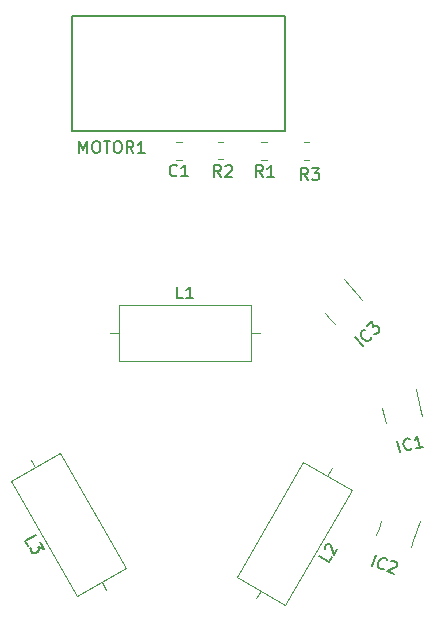
<source format=gbr>
%TF.GenerationSoftware,KiCad,Pcbnew,7.0.1*%
%TF.CreationDate,2023-09-20T08:02:12-03:00*%
%TF.ProjectId,Circuito interno Maxon 30W v4,43697263-7569-4746-9f20-696e7465726e,rev?*%
%TF.SameCoordinates,Original*%
%TF.FileFunction,Legend,Top*%
%TF.FilePolarity,Positive*%
%FSLAX46Y46*%
G04 Gerber Fmt 4.6, Leading zero omitted, Abs format (unit mm)*
G04 Created by KiCad (PCBNEW 7.0.1) date 2023-09-20 08:02:12*
%MOMM*%
%LPD*%
G01*
G04 APERTURE LIST*
%ADD10C,0.150000*%
%ADD11C,0.120000*%
%ADD12C,0.127000*%
G04 APERTURE END LIST*
D10*
%TO.C,IC1*%
X133617079Y-108842939D02*
X133400640Y-107866643D01*
X134619252Y-108523212D02*
X134583068Y-108580009D01*
X134583068Y-108580009D02*
X134453904Y-108657419D01*
X134453904Y-108657419D02*
X134360924Y-108678032D01*
X134360924Y-108678032D02*
X134211146Y-108662462D01*
X134211146Y-108662462D02*
X134097552Y-108590095D01*
X134097552Y-108590095D02*
X134030449Y-108507421D01*
X134030449Y-108507421D02*
X133942732Y-108331766D01*
X133942732Y-108331766D02*
X133911812Y-108192296D01*
X133911812Y-108192296D02*
X133917075Y-107996028D01*
X133917075Y-107996028D02*
X133942952Y-107892741D01*
X133942952Y-107892741D02*
X134015320Y-107779147D01*
X134015320Y-107779147D02*
X134144484Y-107701736D01*
X134144484Y-107701736D02*
X134237464Y-107681123D01*
X134237464Y-107681123D02*
X134387242Y-107696694D01*
X134387242Y-107696694D02*
X134444039Y-107732877D01*
X135569671Y-108410060D02*
X135011788Y-108533739D01*
X135290729Y-108471900D02*
X135074290Y-107495604D01*
X135074290Y-107495604D02*
X135012229Y-107655688D01*
X135012229Y-107655688D02*
X134939862Y-107769282D01*
X134939862Y-107769282D02*
X134857188Y-107836385D01*
%TO.C,L2*%
X127888312Y-117756317D02*
X127650217Y-118168710D01*
X127650217Y-118168710D02*
X126784192Y-117668710D01*
X127247623Y-117056500D02*
X127230193Y-116991451D01*
X127230193Y-116991451D02*
X127236573Y-116885163D01*
X127236573Y-116885163D02*
X127355620Y-116678967D01*
X127355620Y-116678967D02*
X127444479Y-116620298D01*
X127444479Y-116620298D02*
X127509527Y-116602868D01*
X127509527Y-116602868D02*
X127615816Y-116609248D01*
X127615816Y-116609248D02*
X127698294Y-116656867D01*
X127698294Y-116656867D02*
X127798203Y-116769535D01*
X127798203Y-116769535D02*
X128007360Y-117550121D01*
X128007360Y-117550121D02*
X128316884Y-117014010D01*
%TO.C,R3*%
X125817333Y-85806619D02*
X125484000Y-85330428D01*
X125245905Y-85806619D02*
X125245905Y-84806619D01*
X125245905Y-84806619D02*
X125626857Y-84806619D01*
X125626857Y-84806619D02*
X125722095Y-84854238D01*
X125722095Y-84854238D02*
X125769714Y-84901857D01*
X125769714Y-84901857D02*
X125817333Y-84997095D01*
X125817333Y-84997095D02*
X125817333Y-85139952D01*
X125817333Y-85139952D02*
X125769714Y-85235190D01*
X125769714Y-85235190D02*
X125722095Y-85282809D01*
X125722095Y-85282809D02*
X125626857Y-85330428D01*
X125626857Y-85330428D02*
X125245905Y-85330428D01*
X126150667Y-84806619D02*
X126769714Y-84806619D01*
X126769714Y-84806619D02*
X126436381Y-85187571D01*
X126436381Y-85187571D02*
X126579238Y-85187571D01*
X126579238Y-85187571D02*
X126674476Y-85235190D01*
X126674476Y-85235190D02*
X126722095Y-85282809D01*
X126722095Y-85282809D02*
X126769714Y-85378047D01*
X126769714Y-85378047D02*
X126769714Y-85616142D01*
X126769714Y-85616142D02*
X126722095Y-85711380D01*
X126722095Y-85711380D02*
X126674476Y-85759000D01*
X126674476Y-85759000D02*
X126579238Y-85806619D01*
X126579238Y-85806619D02*
X126293524Y-85806619D01*
X126293524Y-85806619D02*
X126198286Y-85759000D01*
X126198286Y-85759000D02*
X126150667Y-85711380D01*
%TO.C,IC3*%
X130492818Y-99860582D02*
X129817228Y-99123305D01*
X131200861Y-99082605D02*
X131197924Y-99149884D01*
X131197924Y-99149884D02*
X131124769Y-99281505D01*
X131124769Y-99281505D02*
X131054553Y-99345847D01*
X131054553Y-99345847D02*
X130917056Y-99407252D01*
X130917056Y-99407252D02*
X130782497Y-99401377D01*
X130782497Y-99401377D02*
X130683047Y-99363331D01*
X130683047Y-99363331D02*
X130519255Y-99255068D01*
X130519255Y-99255068D02*
X130422742Y-99149743D01*
X130422742Y-99149743D02*
X130329167Y-98977138D01*
X130329167Y-98977138D02*
X130299933Y-98874750D01*
X130299933Y-98874750D02*
X130305808Y-98740191D01*
X130305808Y-98740191D02*
X130378962Y-98608570D01*
X130378962Y-98608570D02*
X130449179Y-98544228D01*
X130449179Y-98544228D02*
X130586676Y-98482824D01*
X130586676Y-98482824D02*
X130653955Y-98485761D01*
X130835372Y-98190347D02*
X131291782Y-97772125D01*
X131291782Y-97772125D02*
X131303391Y-98278189D01*
X131303391Y-98278189D02*
X131408716Y-98181676D01*
X131408716Y-98181676D02*
X131511104Y-98152443D01*
X131511104Y-98152443D02*
X131578383Y-98155380D01*
X131578383Y-98155380D02*
X131677833Y-98193426D01*
X131677833Y-98193426D02*
X131838688Y-98368968D01*
X131838688Y-98368968D02*
X131867922Y-98471356D01*
X131867922Y-98471356D02*
X131864984Y-98538636D01*
X131864984Y-98538636D02*
X131826938Y-98638086D01*
X131826938Y-98638086D02*
X131616288Y-98831112D01*
X131616288Y-98831112D02*
X131513900Y-98860345D01*
X131513900Y-98860345D02*
X131446620Y-98857408D01*
%TO.C,L3*%
X102150021Y-116766302D02*
X101911925Y-116353909D01*
X101911925Y-116353909D02*
X102777951Y-115853909D01*
X103135094Y-116472498D02*
X103444617Y-117008609D01*
X103444617Y-117008609D02*
X102948036Y-116910410D01*
X102948036Y-116910410D02*
X103019465Y-117034128D01*
X103019465Y-117034128D02*
X103025845Y-117140417D01*
X103025845Y-117140417D02*
X103008415Y-117205465D01*
X103008415Y-117205465D02*
X102949746Y-117294324D01*
X102949746Y-117294324D02*
X102743549Y-117413371D01*
X102743549Y-117413371D02*
X102637261Y-117419751D01*
X102637261Y-117419751D02*
X102572212Y-117402321D01*
X102572212Y-117402321D02*
X102483354Y-117343652D01*
X102483354Y-117343652D02*
X102340497Y-117096216D01*
X102340497Y-117096216D02*
X102334117Y-116989928D01*
X102334117Y-116989928D02*
X102351547Y-116924879D01*
%TO.C,L1*%
X115253333Y-95822619D02*
X114777143Y-95822619D01*
X114777143Y-95822619D02*
X114777143Y-94822619D01*
X116110476Y-95822619D02*
X115539048Y-95822619D01*
X115824762Y-95822619D02*
X115824762Y-94822619D01*
X115824762Y-94822619D02*
X115729524Y-94965476D01*
X115729524Y-94965476D02*
X115634286Y-95060714D01*
X115634286Y-95060714D02*
X115539048Y-95108333D01*
%TO.C,R2*%
X118451333Y-85552619D02*
X118118000Y-85076428D01*
X117879905Y-85552619D02*
X117879905Y-84552619D01*
X117879905Y-84552619D02*
X118260857Y-84552619D01*
X118260857Y-84552619D02*
X118356095Y-84600238D01*
X118356095Y-84600238D02*
X118403714Y-84647857D01*
X118403714Y-84647857D02*
X118451333Y-84743095D01*
X118451333Y-84743095D02*
X118451333Y-84885952D01*
X118451333Y-84885952D02*
X118403714Y-84981190D01*
X118403714Y-84981190D02*
X118356095Y-85028809D01*
X118356095Y-85028809D02*
X118260857Y-85076428D01*
X118260857Y-85076428D02*
X117879905Y-85076428D01*
X118832286Y-84647857D02*
X118879905Y-84600238D01*
X118879905Y-84600238D02*
X118975143Y-84552619D01*
X118975143Y-84552619D02*
X119213238Y-84552619D01*
X119213238Y-84552619D02*
X119308476Y-84600238D01*
X119308476Y-84600238D02*
X119356095Y-84647857D01*
X119356095Y-84647857D02*
X119403714Y-84743095D01*
X119403714Y-84743095D02*
X119403714Y-84838333D01*
X119403714Y-84838333D02*
X119356095Y-84981190D01*
X119356095Y-84981190D02*
X118784667Y-85552619D01*
X118784667Y-85552619D02*
X119403714Y-85552619D01*
%TO.C,C1*%
X114733333Y-85397380D02*
X114685714Y-85445000D01*
X114685714Y-85445000D02*
X114542857Y-85492619D01*
X114542857Y-85492619D02*
X114447619Y-85492619D01*
X114447619Y-85492619D02*
X114304762Y-85445000D01*
X114304762Y-85445000D02*
X114209524Y-85349761D01*
X114209524Y-85349761D02*
X114161905Y-85254523D01*
X114161905Y-85254523D02*
X114114286Y-85064047D01*
X114114286Y-85064047D02*
X114114286Y-84921190D01*
X114114286Y-84921190D02*
X114161905Y-84730714D01*
X114161905Y-84730714D02*
X114209524Y-84635476D01*
X114209524Y-84635476D02*
X114304762Y-84540238D01*
X114304762Y-84540238D02*
X114447619Y-84492619D01*
X114447619Y-84492619D02*
X114542857Y-84492619D01*
X114542857Y-84492619D02*
X114685714Y-84540238D01*
X114685714Y-84540238D02*
X114733333Y-84587857D01*
X115685714Y-85492619D02*
X115114286Y-85492619D01*
X115400000Y-85492619D02*
X115400000Y-84492619D01*
X115400000Y-84492619D02*
X115304762Y-84635476D01*
X115304762Y-84635476D02*
X115209524Y-84730714D01*
X115209524Y-84730714D02*
X115114286Y-84778333D01*
%TO.C,R1*%
X122007333Y-85552619D02*
X121674000Y-85076428D01*
X121435905Y-85552619D02*
X121435905Y-84552619D01*
X121435905Y-84552619D02*
X121816857Y-84552619D01*
X121816857Y-84552619D02*
X121912095Y-84600238D01*
X121912095Y-84600238D02*
X121959714Y-84647857D01*
X121959714Y-84647857D02*
X122007333Y-84743095D01*
X122007333Y-84743095D02*
X122007333Y-84885952D01*
X122007333Y-84885952D02*
X121959714Y-84981190D01*
X121959714Y-84981190D02*
X121912095Y-85028809D01*
X121912095Y-85028809D02*
X121816857Y-85076428D01*
X121816857Y-85076428D02*
X121435905Y-85076428D01*
X122959714Y-85552619D02*
X122388286Y-85552619D01*
X122674000Y-85552619D02*
X122674000Y-84552619D01*
X122674000Y-84552619D02*
X122578762Y-84695476D01*
X122578762Y-84695476D02*
X122483524Y-84790714D01*
X122483524Y-84790714D02*
X122388286Y-84838333D01*
%TO.C,IC2*%
X131247464Y-118508963D02*
X131564769Y-117560639D01*
X132271165Y-118751060D02*
X132210897Y-118781109D01*
X132210897Y-118781109D02*
X132060313Y-118780938D01*
X132060313Y-118780938D02*
X131969996Y-118750718D01*
X131969996Y-118750718D02*
X131849631Y-118660231D01*
X131849631Y-118660231D02*
X131789534Y-118539695D01*
X131789534Y-118539695D02*
X131774595Y-118434268D01*
X131774595Y-118434268D02*
X131789876Y-118238526D01*
X131789876Y-118238526D02*
X131835205Y-118103051D01*
X131835205Y-118103051D02*
X131940803Y-117937528D01*
X131940803Y-117937528D02*
X132016180Y-117862321D01*
X132016180Y-117862321D02*
X132136716Y-117802224D01*
X132136716Y-117802224D02*
X132287301Y-117802395D01*
X132287301Y-117802395D02*
X132377618Y-117832614D01*
X132377618Y-117832614D02*
X132497983Y-117923102D01*
X132497983Y-117923102D02*
X132528031Y-117983370D01*
X132889297Y-118104248D02*
X132949565Y-118074199D01*
X132949565Y-118074199D02*
X133054992Y-118059260D01*
X133054992Y-118059260D02*
X133280783Y-118134809D01*
X133280783Y-118134809D02*
X133355990Y-118210187D01*
X133355990Y-118210187D02*
X133386038Y-118270455D01*
X133386038Y-118270455D02*
X133400977Y-118375881D01*
X133400977Y-118375881D02*
X133370758Y-118466198D01*
X133370758Y-118466198D02*
X133280270Y-118586563D01*
X133280270Y-118586563D02*
X132557054Y-118947145D01*
X132557054Y-118947145D02*
X133144111Y-119143572D01*
%TO.C,MOTOR1*%
X106481905Y-83520619D02*
X106481905Y-82520619D01*
X106481905Y-82520619D02*
X106815238Y-83234904D01*
X106815238Y-83234904D02*
X107148571Y-82520619D01*
X107148571Y-82520619D02*
X107148571Y-83520619D01*
X107815238Y-82520619D02*
X108005714Y-82520619D01*
X108005714Y-82520619D02*
X108100952Y-82568238D01*
X108100952Y-82568238D02*
X108196190Y-82663476D01*
X108196190Y-82663476D02*
X108243809Y-82853952D01*
X108243809Y-82853952D02*
X108243809Y-83187285D01*
X108243809Y-83187285D02*
X108196190Y-83377761D01*
X108196190Y-83377761D02*
X108100952Y-83473000D01*
X108100952Y-83473000D02*
X108005714Y-83520619D01*
X108005714Y-83520619D02*
X107815238Y-83520619D01*
X107815238Y-83520619D02*
X107720000Y-83473000D01*
X107720000Y-83473000D02*
X107624762Y-83377761D01*
X107624762Y-83377761D02*
X107577143Y-83187285D01*
X107577143Y-83187285D02*
X107577143Y-82853952D01*
X107577143Y-82853952D02*
X107624762Y-82663476D01*
X107624762Y-82663476D02*
X107720000Y-82568238D01*
X107720000Y-82568238D02*
X107815238Y-82520619D01*
X108529524Y-82520619D02*
X109100952Y-82520619D01*
X108815238Y-83520619D02*
X108815238Y-82520619D01*
X109624762Y-82520619D02*
X109815238Y-82520619D01*
X109815238Y-82520619D02*
X109910476Y-82568238D01*
X109910476Y-82568238D02*
X110005714Y-82663476D01*
X110005714Y-82663476D02*
X110053333Y-82853952D01*
X110053333Y-82853952D02*
X110053333Y-83187285D01*
X110053333Y-83187285D02*
X110005714Y-83377761D01*
X110005714Y-83377761D02*
X109910476Y-83473000D01*
X109910476Y-83473000D02*
X109815238Y-83520619D01*
X109815238Y-83520619D02*
X109624762Y-83520619D01*
X109624762Y-83520619D02*
X109529524Y-83473000D01*
X109529524Y-83473000D02*
X109434286Y-83377761D01*
X109434286Y-83377761D02*
X109386667Y-83187285D01*
X109386667Y-83187285D02*
X109386667Y-82853952D01*
X109386667Y-82853952D02*
X109434286Y-82663476D01*
X109434286Y-82663476D02*
X109529524Y-82568238D01*
X109529524Y-82568238D02*
X109624762Y-82520619D01*
X111053333Y-83520619D02*
X110720000Y-83044428D01*
X110481905Y-83520619D02*
X110481905Y-82520619D01*
X110481905Y-82520619D02*
X110862857Y-82520619D01*
X110862857Y-82520619D02*
X110958095Y-82568238D01*
X110958095Y-82568238D02*
X111005714Y-82615857D01*
X111005714Y-82615857D02*
X111053333Y-82711095D01*
X111053333Y-82711095D02*
X111053333Y-82853952D01*
X111053333Y-82853952D02*
X111005714Y-82949190D01*
X111005714Y-82949190D02*
X110958095Y-82996809D01*
X110958095Y-82996809D02*
X110862857Y-83044428D01*
X110862857Y-83044428D02*
X110481905Y-83044428D01*
X112005714Y-83520619D02*
X111434286Y-83520619D01*
X111720000Y-83520619D02*
X111720000Y-82520619D01*
X111720000Y-82520619D02*
X111624762Y-82663476D01*
X111624762Y-82663476D02*
X111529524Y-82758714D01*
X111529524Y-82758714D02*
X111434286Y-82806333D01*
D11*
%TO.C,IC1*%
X135313788Y-105109167D02*
X134951251Y-103473871D01*
X135313788Y-105109167D02*
X135454474Y-105743760D01*
X132267744Y-105784459D02*
X132127058Y-105149866D01*
X132267744Y-105784459D02*
X132408430Y-106419051D01*
%TO.C,L2*%
X127842500Y-110170429D02*
X127462500Y-110828608D01*
X129514980Y-112013608D02*
X125410020Y-109643608D01*
X125410020Y-109643608D02*
X119790020Y-119377733D01*
X123894980Y-121747733D02*
X129514980Y-112013608D01*
X119790020Y-119377733D02*
X123894980Y-121747733D01*
X121462500Y-121220913D02*
X121842500Y-120562733D01*
%TO.C,R3*%
X125914564Y-84095000D02*
X125460436Y-84095000D01*
X125914564Y-82625000D02*
X125460436Y-82625000D01*
%TO.C,IC3*%
X129992571Y-95443278D02*
X128860957Y-94208339D01*
X129992571Y-95443278D02*
X130431704Y-95922509D01*
X127692265Y-97551120D02*
X127253132Y-97071889D01*
X127692265Y-97551120D02*
X128131399Y-98030350D01*
%TO.C,L3*%
X108742500Y-120519572D02*
X108362500Y-119861393D01*
X106310020Y-121046393D02*
X110414980Y-118676393D01*
X110414980Y-118676393D02*
X104794980Y-108942268D01*
X100690020Y-111312268D02*
X106310020Y-121046393D01*
X104794980Y-108942268D02*
X100690020Y-111312268D01*
X102362500Y-109469088D02*
X102742500Y-110127268D01*
%TO.C,L1*%
X109040000Y-98730000D02*
X109800000Y-98730000D01*
X109800000Y-96360000D02*
X109800000Y-101100000D01*
X109800000Y-101100000D02*
X121040000Y-101100000D01*
X121040000Y-96360000D02*
X109800000Y-96360000D01*
X121040000Y-101100000D02*
X121040000Y-96360000D01*
X121800000Y-98730000D02*
X121040000Y-98730000D01*
%TO.C,R2*%
X118200436Y-82585000D02*
X118654564Y-82585000D01*
X118200436Y-84055000D02*
X118654564Y-84055000D01*
%TO.C,C1*%
X115161252Y-84085000D02*
X114638748Y-84085000D01*
X115161252Y-82615000D02*
X114638748Y-82615000D01*
%TO.C,R1*%
X121882936Y-82605000D02*
X122337064Y-82605000D01*
X121882936Y-84075000D02*
X122337064Y-84075000D01*
%TO.C,IC2*%
X134759385Y-116244995D02*
X135290870Y-114656553D01*
X134759385Y-116244995D02*
X134553137Y-116861406D01*
X131800615Y-115255005D02*
X132006863Y-114638594D01*
X131800615Y-115255005D02*
X131594367Y-115871415D01*
D12*
%TO.C,MOTOR1*%
X123870000Y-71900000D02*
X123870000Y-81650000D01*
X105870000Y-81650000D02*
X123870000Y-81650000D01*
X105870000Y-81650000D02*
X105870000Y-71900000D01*
X105870000Y-71900000D02*
X123870000Y-71900000D01*
%TD*%
M02*

</source>
